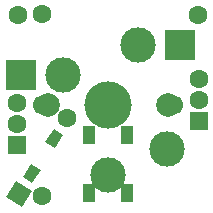
<source format=gbs>
G04 #@! TF.GenerationSoftware,KiCad,Pcbnew,(5.1.5)-3*
G04 #@! TF.CreationDate,2020-05-06T14:38:42+02:00*
G04 #@! TF.ProjectId,Cherry-Mx-Bitboard-Re-19.05mm,43686572-7279-42d4-9d78-2d426974626f,1*
G04 #@! TF.SameCoordinates,Original*
G04 #@! TF.FileFunction,Soldermask,Bot*
G04 #@! TF.FilePolarity,Negative*
%FSLAX46Y46*%
G04 Gerber Fmt 4.6, Leading zero omitted, Abs format (unit mm)*
G04 Created by KiCad (PCBNEW (5.1.5)-3) date 2020-05-06 14:38:42*
%MOMM*%
%LPD*%
G04 APERTURE LIST*
%ADD10R,2.550000X2.500000*%
%ADD11C,2.000000*%
%ADD12C,3.000000*%
%ADD13C,4.000000*%
%ADD14C,1.701800*%
%ADD15C,3.429000*%
%ADD16C,1.600000*%
%ADD17C,0.100000*%
%ADD18R,1.000000X1.500000*%
%ADD19R,1.600000X1.600000*%
G04 APERTURE END LIST*
D10*
X85285000Y-51275000D03*
X98735000Y-48735000D03*
D11*
X87565000Y-53815000D03*
D12*
X88835000Y-51275000D03*
D13*
X92645000Y-53815000D03*
D12*
X95185000Y-48735000D03*
D11*
X97725000Y-53815000D03*
D14*
X98145000Y-53815000D03*
X87145000Y-53815000D03*
D12*
X97645000Y-57565000D03*
D15*
X92645000Y-53815000D03*
D12*
X92645000Y-59765000D03*
D16*
X89189223Y-54938357D03*
D17*
G36*
X85339873Y-62469553D02*
G01*
X83990447Y-61609873D01*
X84850127Y-60260447D01*
X86199553Y-61120127D01*
X85339873Y-62469553D01*
G37*
D18*
X91033600Y-61239400D03*
X94233600Y-61239400D03*
X91033600Y-56339400D03*
X94233600Y-56339400D03*
D17*
G36*
X86246366Y-60418422D02*
G01*
X85445144Y-59907987D01*
X86143634Y-58811578D01*
X86944856Y-59322013D01*
X86246366Y-60418422D01*
G37*
G36*
X88153780Y-57424382D02*
G01*
X87352558Y-56913947D01*
X88051048Y-55817538D01*
X88852270Y-56327973D01*
X88153780Y-57424382D01*
G37*
D16*
X87045000Y-61515000D03*
X84963000Y-53615000D03*
D19*
X100345000Y-55165000D03*
D16*
X87045000Y-46115000D03*
X84963000Y-55415000D03*
X100345000Y-51565000D03*
D19*
X84963000Y-57215000D03*
D16*
X100345000Y-53365000D03*
X100245000Y-46215000D03*
X85045000Y-46215000D03*
M02*

</source>
